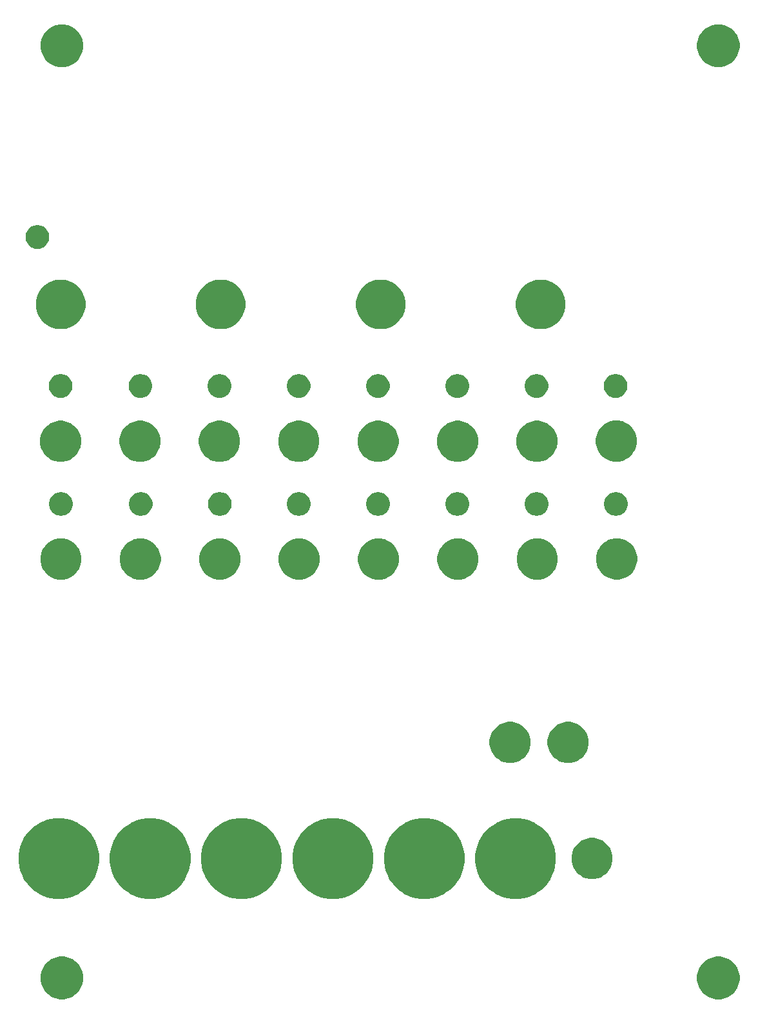
<source format=gbr>
G04 #@! TF.GenerationSoftware,KiCad,Pcbnew,(5.1.2)-1*
G04 #@! TF.CreationDate,2020-07-24T16:32:53-07:00*
G04 #@! TF.ProjectId,kicad-panel,6b696361-642d-4706-916e-656c2e6b6963,rev?*
G04 #@! TF.SameCoordinates,Original*
G04 #@! TF.FileFunction,Soldermask,Bot*
G04 #@! TF.FilePolarity,Negative*
%FSLAX46Y46*%
G04 Gerber Fmt 4.6, Leading zero omitted, Abs format (unit mm)*
G04 Created by KiCad (PCBNEW (5.1.2)-1) date 2020-07-24 16:32:53*
%MOMM*%
%LPD*%
G04 APERTURE LIST*
%ADD10C,0.100000*%
G04 APERTURE END LIST*
D10*
G36*
X106447021Y-134786640D02*
G01*
X106956769Y-134997785D01*
X106956771Y-134997786D01*
X107415534Y-135304321D01*
X107805679Y-135694466D01*
X108112214Y-136153229D01*
X108112215Y-136153231D01*
X108323360Y-136662979D01*
X108431000Y-137204124D01*
X108431000Y-137755876D01*
X108323360Y-138297021D01*
X108112215Y-138806769D01*
X108112214Y-138806771D01*
X107805679Y-139265534D01*
X107415534Y-139655679D01*
X106956771Y-139962214D01*
X106956770Y-139962215D01*
X106956769Y-139962215D01*
X106447021Y-140173360D01*
X105905876Y-140281000D01*
X105354124Y-140281000D01*
X104812979Y-140173360D01*
X104303231Y-139962215D01*
X104303230Y-139962215D01*
X104303229Y-139962214D01*
X103844466Y-139655679D01*
X103454321Y-139265534D01*
X103147786Y-138806771D01*
X103147785Y-138806769D01*
X102936640Y-138297021D01*
X102829000Y-137755876D01*
X102829000Y-137204124D01*
X102936640Y-136662979D01*
X103147785Y-136153231D01*
X103147786Y-136153229D01*
X103454321Y-135694466D01*
X103844466Y-135304321D01*
X104303229Y-134997786D01*
X104303231Y-134997785D01*
X104812979Y-134786640D01*
X105354124Y-134679000D01*
X105905876Y-134679000D01*
X106447021Y-134786640D01*
X106447021Y-134786640D01*
G37*
G36*
X20217021Y-134786640D02*
G01*
X20726769Y-134997785D01*
X20726771Y-134997786D01*
X21185534Y-135304321D01*
X21575679Y-135694466D01*
X21882214Y-136153229D01*
X21882215Y-136153231D01*
X22093360Y-136662979D01*
X22201000Y-137204124D01*
X22201000Y-137755876D01*
X22093360Y-138297021D01*
X21882215Y-138806769D01*
X21882214Y-138806771D01*
X21575679Y-139265534D01*
X21185534Y-139655679D01*
X20726771Y-139962214D01*
X20726770Y-139962215D01*
X20726769Y-139962215D01*
X20217021Y-140173360D01*
X19675876Y-140281000D01*
X19124124Y-140281000D01*
X18582979Y-140173360D01*
X18073231Y-139962215D01*
X18073230Y-139962215D01*
X18073229Y-139962214D01*
X17614466Y-139655679D01*
X17224321Y-139265534D01*
X16917786Y-138806771D01*
X16917785Y-138806769D01*
X16706640Y-138297021D01*
X16599000Y-137755876D01*
X16599000Y-137204124D01*
X16706640Y-136662979D01*
X16917785Y-136153231D01*
X16917786Y-136153229D01*
X17224321Y-135694466D01*
X17614466Y-135304321D01*
X18073229Y-134997786D01*
X18073231Y-134997785D01*
X18582979Y-134786640D01*
X19124124Y-134679000D01*
X19675876Y-134679000D01*
X20217021Y-134786640D01*
X20217021Y-134786640D01*
G37*
G36*
X44536244Y-116702714D02*
G01*
X45500963Y-117102314D01*
X45500965Y-117102315D01*
X45719494Y-117248332D01*
X46369190Y-117682444D01*
X47107556Y-118420810D01*
X47541668Y-119070506D01*
X47630063Y-119202797D01*
X47687686Y-119289037D01*
X48087286Y-120253756D01*
X48291000Y-121277896D01*
X48291000Y-122322104D01*
X48087286Y-123346244D01*
X47858739Y-123898004D01*
X47687685Y-124310965D01*
X47541669Y-124529494D01*
X47107556Y-125179190D01*
X46369190Y-125917556D01*
X45719494Y-126351668D01*
X45500965Y-126497685D01*
X45500964Y-126497686D01*
X45500963Y-126497686D01*
X44536244Y-126897286D01*
X43512104Y-127101000D01*
X42467896Y-127101000D01*
X41443756Y-126897286D01*
X40479037Y-126497686D01*
X40479036Y-126497686D01*
X40479035Y-126497685D01*
X40260506Y-126351668D01*
X39610810Y-125917556D01*
X38872444Y-125179190D01*
X38438331Y-124529494D01*
X38292315Y-124310965D01*
X38121261Y-123898004D01*
X37892714Y-123346244D01*
X37689000Y-122322104D01*
X37689000Y-121277896D01*
X37892714Y-120253756D01*
X38292314Y-119289037D01*
X38349938Y-119202797D01*
X38438332Y-119070506D01*
X38872444Y-118420810D01*
X39610810Y-117682444D01*
X40260506Y-117248332D01*
X40479035Y-117102315D01*
X40479037Y-117102314D01*
X41443756Y-116702714D01*
X42467896Y-116499000D01*
X43512104Y-116499000D01*
X44536244Y-116702714D01*
X44536244Y-116702714D01*
G37*
G36*
X80536244Y-116702714D02*
G01*
X81500963Y-117102314D01*
X81500965Y-117102315D01*
X81719494Y-117248332D01*
X82369190Y-117682444D01*
X83107556Y-118420810D01*
X83541668Y-119070506D01*
X83630063Y-119202797D01*
X83687686Y-119289037D01*
X84087286Y-120253756D01*
X84291000Y-121277896D01*
X84291000Y-122322104D01*
X84087286Y-123346244D01*
X83858739Y-123898004D01*
X83687685Y-124310965D01*
X83541669Y-124529494D01*
X83107556Y-125179190D01*
X82369190Y-125917556D01*
X81719494Y-126351668D01*
X81500965Y-126497685D01*
X81500964Y-126497686D01*
X81500963Y-126497686D01*
X80536244Y-126897286D01*
X79512104Y-127101000D01*
X78467896Y-127101000D01*
X77443756Y-126897286D01*
X76479037Y-126497686D01*
X76479036Y-126497686D01*
X76479035Y-126497685D01*
X76260506Y-126351668D01*
X75610810Y-125917556D01*
X74872444Y-125179190D01*
X74438331Y-124529494D01*
X74292315Y-124310965D01*
X74121261Y-123898004D01*
X73892714Y-123346244D01*
X73689000Y-122322104D01*
X73689000Y-121277896D01*
X73892714Y-120253756D01*
X74292314Y-119289037D01*
X74349938Y-119202797D01*
X74438331Y-119070506D01*
X74872444Y-118420810D01*
X75610810Y-117682444D01*
X76260506Y-117248332D01*
X76479035Y-117102315D01*
X76479037Y-117102314D01*
X77443756Y-116702714D01*
X78467896Y-116499000D01*
X79512104Y-116499000D01*
X80536244Y-116702714D01*
X80536244Y-116702714D01*
G37*
G36*
X68536244Y-116702714D02*
G01*
X69500963Y-117102314D01*
X69500965Y-117102315D01*
X69719494Y-117248332D01*
X70369190Y-117682444D01*
X71107556Y-118420810D01*
X71541668Y-119070506D01*
X71630063Y-119202797D01*
X71687686Y-119289037D01*
X72087286Y-120253756D01*
X72291000Y-121277896D01*
X72291000Y-122322104D01*
X72087286Y-123346244D01*
X71858739Y-123898004D01*
X71687685Y-124310965D01*
X71541669Y-124529494D01*
X71107556Y-125179190D01*
X70369190Y-125917556D01*
X69719494Y-126351668D01*
X69500965Y-126497685D01*
X69500964Y-126497686D01*
X69500963Y-126497686D01*
X68536244Y-126897286D01*
X67512104Y-127101000D01*
X66467896Y-127101000D01*
X65443756Y-126897286D01*
X64479037Y-126497686D01*
X64479036Y-126497686D01*
X64479035Y-126497685D01*
X64260506Y-126351668D01*
X63610810Y-125917556D01*
X62872444Y-125179190D01*
X62438331Y-124529494D01*
X62292315Y-124310965D01*
X62121261Y-123898004D01*
X61892714Y-123346244D01*
X61689000Y-122322104D01*
X61689000Y-121277896D01*
X61892714Y-120253756D01*
X62292314Y-119289037D01*
X62349938Y-119202797D01*
X62438331Y-119070506D01*
X62872444Y-118420810D01*
X63610810Y-117682444D01*
X64260506Y-117248332D01*
X64479035Y-117102315D01*
X64479037Y-117102314D01*
X65443756Y-116702714D01*
X66467896Y-116499000D01*
X67512104Y-116499000D01*
X68536244Y-116702714D01*
X68536244Y-116702714D01*
G37*
G36*
X56536244Y-116702714D02*
G01*
X57500963Y-117102314D01*
X57500965Y-117102315D01*
X57719494Y-117248332D01*
X58369190Y-117682444D01*
X59107556Y-118420810D01*
X59541668Y-119070506D01*
X59630063Y-119202797D01*
X59687686Y-119289037D01*
X60087286Y-120253756D01*
X60291000Y-121277896D01*
X60291000Y-122322104D01*
X60087286Y-123346244D01*
X59858739Y-123898004D01*
X59687685Y-124310965D01*
X59541669Y-124529494D01*
X59107556Y-125179190D01*
X58369190Y-125917556D01*
X57719494Y-126351668D01*
X57500965Y-126497685D01*
X57500964Y-126497686D01*
X57500963Y-126497686D01*
X56536244Y-126897286D01*
X55512104Y-127101000D01*
X54467896Y-127101000D01*
X53443756Y-126897286D01*
X52479037Y-126497686D01*
X52479036Y-126497686D01*
X52479035Y-126497685D01*
X52260506Y-126351668D01*
X51610810Y-125917556D01*
X50872444Y-125179190D01*
X50438331Y-124529494D01*
X50292315Y-124310965D01*
X50121261Y-123898004D01*
X49892714Y-123346244D01*
X49689000Y-122322104D01*
X49689000Y-121277896D01*
X49892714Y-120253756D01*
X50292314Y-119289037D01*
X50349938Y-119202797D01*
X50438332Y-119070506D01*
X50872444Y-118420810D01*
X51610810Y-117682444D01*
X52260506Y-117248332D01*
X52479035Y-117102315D01*
X52479037Y-117102314D01*
X53443756Y-116702714D01*
X54467896Y-116499000D01*
X55512104Y-116499000D01*
X56536244Y-116702714D01*
X56536244Y-116702714D01*
G37*
G36*
X32536244Y-116702714D02*
G01*
X33500963Y-117102314D01*
X33500965Y-117102315D01*
X33719494Y-117248332D01*
X34369190Y-117682444D01*
X35107556Y-118420810D01*
X35541668Y-119070506D01*
X35630063Y-119202797D01*
X35687686Y-119289037D01*
X36087286Y-120253756D01*
X36291000Y-121277896D01*
X36291000Y-122322104D01*
X36087286Y-123346244D01*
X35858739Y-123898004D01*
X35687685Y-124310965D01*
X35541669Y-124529494D01*
X35107556Y-125179190D01*
X34369190Y-125917556D01*
X33719494Y-126351668D01*
X33500965Y-126497685D01*
X33500964Y-126497686D01*
X33500963Y-126497686D01*
X32536244Y-126897286D01*
X31512104Y-127101000D01*
X30467896Y-127101000D01*
X29443756Y-126897286D01*
X28479037Y-126497686D01*
X28479036Y-126497686D01*
X28479035Y-126497685D01*
X28260506Y-126351668D01*
X27610810Y-125917556D01*
X26872444Y-125179190D01*
X26438331Y-124529494D01*
X26292315Y-124310965D01*
X26121261Y-123898004D01*
X25892714Y-123346244D01*
X25689000Y-122322104D01*
X25689000Y-121277896D01*
X25892714Y-120253756D01*
X26292314Y-119289037D01*
X26349938Y-119202797D01*
X26438332Y-119070506D01*
X26872444Y-118420810D01*
X27610810Y-117682444D01*
X28260506Y-117248332D01*
X28479035Y-117102315D01*
X28479037Y-117102314D01*
X29443756Y-116702714D01*
X30467896Y-116499000D01*
X31512104Y-116499000D01*
X32536244Y-116702714D01*
X32536244Y-116702714D01*
G37*
G36*
X20536244Y-116702714D02*
G01*
X21500963Y-117102314D01*
X21500965Y-117102315D01*
X21719494Y-117248332D01*
X22369190Y-117682444D01*
X23107556Y-118420810D01*
X23541668Y-119070506D01*
X23630063Y-119202797D01*
X23687686Y-119289037D01*
X24087286Y-120253756D01*
X24291000Y-121277896D01*
X24291000Y-122322104D01*
X24087286Y-123346244D01*
X23858739Y-123898004D01*
X23687685Y-124310965D01*
X23541669Y-124529494D01*
X23107556Y-125179190D01*
X22369190Y-125917556D01*
X21719494Y-126351668D01*
X21500965Y-126497685D01*
X21500964Y-126497686D01*
X21500963Y-126497686D01*
X20536244Y-126897286D01*
X19512104Y-127101000D01*
X18467896Y-127101000D01*
X17443756Y-126897286D01*
X16479037Y-126497686D01*
X16479036Y-126497686D01*
X16479035Y-126497685D01*
X16260506Y-126351668D01*
X15610810Y-125917556D01*
X14872444Y-125179190D01*
X14438331Y-124529494D01*
X14292315Y-124310965D01*
X14121261Y-123898004D01*
X13892714Y-123346244D01*
X13689000Y-122322104D01*
X13689000Y-121277896D01*
X13892714Y-120253756D01*
X14292314Y-119289037D01*
X14349938Y-119202797D01*
X14438332Y-119070506D01*
X14872444Y-118420810D01*
X15610810Y-117682444D01*
X16260506Y-117248332D01*
X16479035Y-117102315D01*
X16479037Y-117102314D01*
X17443756Y-116702714D01*
X18467896Y-116499000D01*
X19512104Y-116499000D01*
X20536244Y-116702714D01*
X20536244Y-116702714D01*
G37*
G36*
X89817849Y-119202797D02*
G01*
X90309399Y-119406404D01*
X90309400Y-119406405D01*
X90751784Y-119701996D01*
X91128001Y-120078213D01*
X91245294Y-120253755D01*
X91423593Y-120520598D01*
X91627200Y-121012148D01*
X91730997Y-121533973D01*
X91730997Y-122066027D01*
X91627200Y-122587852D01*
X91423593Y-123079402D01*
X91423592Y-123079403D01*
X91128001Y-123521787D01*
X90751784Y-123898004D01*
X90456192Y-124095512D01*
X90309399Y-124193596D01*
X89817849Y-124397203D01*
X89296024Y-124501000D01*
X88763970Y-124501000D01*
X88242145Y-124397203D01*
X87750595Y-124193596D01*
X87603802Y-124095512D01*
X87308210Y-123898004D01*
X86931993Y-123521787D01*
X86636402Y-123079403D01*
X86636401Y-123079402D01*
X86432794Y-122587852D01*
X86328997Y-122066027D01*
X86328997Y-121533973D01*
X86432794Y-121012148D01*
X86636401Y-120520598D01*
X86814700Y-120253755D01*
X86931993Y-120078213D01*
X87308210Y-119701996D01*
X87750594Y-119406405D01*
X87750595Y-119406404D01*
X88242145Y-119202797D01*
X88763970Y-119099000D01*
X89296024Y-119099000D01*
X89817849Y-119202797D01*
X89817849Y-119202797D01*
G37*
G36*
X86677852Y-103962797D02*
G01*
X87169402Y-104166404D01*
X87169403Y-104166405D01*
X87611787Y-104461996D01*
X87988004Y-104838213D01*
X88185512Y-105133805D01*
X88283596Y-105280598D01*
X88487203Y-105772148D01*
X88591000Y-106293973D01*
X88591000Y-106826027D01*
X88487203Y-107347852D01*
X88283596Y-107839402D01*
X88283595Y-107839403D01*
X87988004Y-108281787D01*
X87611787Y-108658004D01*
X87316195Y-108855512D01*
X87169402Y-108953596D01*
X86677852Y-109157203D01*
X86156027Y-109261000D01*
X85623973Y-109261000D01*
X85102148Y-109157203D01*
X84610598Y-108953596D01*
X84463805Y-108855512D01*
X84168213Y-108658004D01*
X83791996Y-108281787D01*
X83496405Y-107839403D01*
X83496404Y-107839402D01*
X83292797Y-107347852D01*
X83189000Y-106826027D01*
X83189000Y-106293973D01*
X83292797Y-105772148D01*
X83496404Y-105280598D01*
X83594488Y-105133805D01*
X83791996Y-104838213D01*
X84168213Y-104461996D01*
X84610597Y-104166405D01*
X84610598Y-104166404D01*
X85102148Y-103962797D01*
X85623973Y-103859000D01*
X86156027Y-103859000D01*
X86677852Y-103962797D01*
X86677852Y-103962797D01*
G37*
G36*
X79057852Y-103962797D02*
G01*
X79549402Y-104166404D01*
X79549403Y-104166405D01*
X79991787Y-104461996D01*
X80368004Y-104838213D01*
X80565512Y-105133805D01*
X80663596Y-105280598D01*
X80867203Y-105772148D01*
X80971000Y-106293973D01*
X80971000Y-106826027D01*
X80867203Y-107347852D01*
X80663596Y-107839402D01*
X80663595Y-107839403D01*
X80368004Y-108281787D01*
X79991787Y-108658004D01*
X79696195Y-108855512D01*
X79549402Y-108953596D01*
X79057852Y-109157203D01*
X78536027Y-109261000D01*
X78003973Y-109261000D01*
X77482148Y-109157203D01*
X76990598Y-108953596D01*
X76843805Y-108855512D01*
X76548213Y-108658004D01*
X76171996Y-108281787D01*
X75876405Y-107839403D01*
X75876404Y-107839402D01*
X75672797Y-107347852D01*
X75569000Y-106826027D01*
X75569000Y-106293973D01*
X75672797Y-105772148D01*
X75876404Y-105280598D01*
X75974488Y-105133805D01*
X76171996Y-104838213D01*
X76548213Y-104461996D01*
X76990597Y-104166405D01*
X76990598Y-104166404D01*
X77482148Y-103962797D01*
X78003973Y-103859000D01*
X78536027Y-103859000D01*
X79057852Y-103962797D01*
X79057852Y-103962797D01*
G37*
G36*
X20057852Y-79902797D02*
G01*
X20549402Y-80106404D01*
X20549403Y-80106405D01*
X20991787Y-80401996D01*
X21368004Y-80778213D01*
X21565512Y-81073805D01*
X21663596Y-81220598D01*
X21867203Y-81712148D01*
X21971000Y-82233973D01*
X21971000Y-82766027D01*
X21867203Y-83287852D01*
X21663596Y-83779402D01*
X21663595Y-83779403D01*
X21368004Y-84221787D01*
X20991787Y-84598004D01*
X20696195Y-84795512D01*
X20549402Y-84893596D01*
X20057852Y-85097203D01*
X19536027Y-85201000D01*
X19003973Y-85201000D01*
X18482148Y-85097203D01*
X17990598Y-84893596D01*
X17843805Y-84795512D01*
X17548213Y-84598004D01*
X17171996Y-84221787D01*
X16876405Y-83779403D01*
X16876404Y-83779402D01*
X16672797Y-83287852D01*
X16569000Y-82766027D01*
X16569000Y-82233973D01*
X16672797Y-81712148D01*
X16876404Y-81220598D01*
X16974488Y-81073805D01*
X17171996Y-80778213D01*
X17548213Y-80401996D01*
X17990597Y-80106405D01*
X17990598Y-80106404D01*
X18482148Y-79902797D01*
X19003973Y-79799000D01*
X19536027Y-79799000D01*
X20057852Y-79902797D01*
X20057852Y-79902797D01*
G37*
G36*
X51343565Y-79902797D02*
G01*
X51835115Y-80106404D01*
X51835116Y-80106405D01*
X52277500Y-80401996D01*
X52653717Y-80778213D01*
X52851225Y-81073805D01*
X52949309Y-81220598D01*
X53152916Y-81712148D01*
X53256713Y-82233973D01*
X53256713Y-82766027D01*
X53152916Y-83287852D01*
X52949309Y-83779402D01*
X52949308Y-83779403D01*
X52653717Y-84221787D01*
X52277500Y-84598004D01*
X51981908Y-84795512D01*
X51835115Y-84893596D01*
X51343565Y-85097203D01*
X50821740Y-85201000D01*
X50289686Y-85201000D01*
X49767861Y-85097203D01*
X49276311Y-84893596D01*
X49129518Y-84795512D01*
X48833926Y-84598004D01*
X48457709Y-84221787D01*
X48162118Y-83779403D01*
X48162117Y-83779402D01*
X47958510Y-83287852D01*
X47854713Y-82766027D01*
X47854713Y-82233973D01*
X47958510Y-81712148D01*
X48162117Y-81220598D01*
X48260201Y-81073805D01*
X48457709Y-80778213D01*
X48833926Y-80401996D01*
X49276310Y-80106405D01*
X49276311Y-80106404D01*
X49767861Y-79902797D01*
X50289686Y-79799000D01*
X50821740Y-79799000D01*
X51343565Y-79902797D01*
X51343565Y-79902797D01*
G37*
G36*
X40914994Y-79902797D02*
G01*
X41406544Y-80106404D01*
X41406545Y-80106405D01*
X41848929Y-80401996D01*
X42225146Y-80778213D01*
X42422654Y-81073805D01*
X42520738Y-81220598D01*
X42724345Y-81712148D01*
X42828142Y-82233973D01*
X42828142Y-82766027D01*
X42724345Y-83287852D01*
X42520738Y-83779402D01*
X42520737Y-83779403D01*
X42225146Y-84221787D01*
X41848929Y-84598004D01*
X41553337Y-84795512D01*
X41406544Y-84893596D01*
X40914994Y-85097203D01*
X40393169Y-85201000D01*
X39861115Y-85201000D01*
X39339290Y-85097203D01*
X38847740Y-84893596D01*
X38700947Y-84795512D01*
X38405355Y-84598004D01*
X38029138Y-84221787D01*
X37733547Y-83779403D01*
X37733546Y-83779402D01*
X37529939Y-83287852D01*
X37426142Y-82766027D01*
X37426142Y-82233973D01*
X37529939Y-81712148D01*
X37733546Y-81220598D01*
X37831630Y-81073805D01*
X38029138Y-80778213D01*
X38405355Y-80401996D01*
X38847739Y-80106405D01*
X38847740Y-80106404D01*
X39339290Y-79902797D01*
X39861115Y-79799000D01*
X40393169Y-79799000D01*
X40914994Y-79902797D01*
X40914994Y-79902797D01*
G37*
G36*
X82629278Y-79902797D02*
G01*
X83120828Y-80106404D01*
X83120829Y-80106405D01*
X83563213Y-80401996D01*
X83939430Y-80778213D01*
X84136938Y-81073805D01*
X84235022Y-81220598D01*
X84438629Y-81712148D01*
X84542426Y-82233973D01*
X84542426Y-82766027D01*
X84438629Y-83287852D01*
X84235022Y-83779402D01*
X84235021Y-83779403D01*
X83939430Y-84221787D01*
X83563213Y-84598004D01*
X83267621Y-84795512D01*
X83120828Y-84893596D01*
X82629278Y-85097203D01*
X82107453Y-85201000D01*
X81575399Y-85201000D01*
X81053574Y-85097203D01*
X80562024Y-84893596D01*
X80415231Y-84795512D01*
X80119639Y-84598004D01*
X79743422Y-84221787D01*
X79447831Y-83779403D01*
X79447830Y-83779402D01*
X79244223Y-83287852D01*
X79140426Y-82766027D01*
X79140426Y-82233973D01*
X79244223Y-81712148D01*
X79447830Y-81220598D01*
X79545914Y-81073805D01*
X79743422Y-80778213D01*
X80119639Y-80401996D01*
X80562023Y-80106405D01*
X80562024Y-80106404D01*
X81053574Y-79902797D01*
X81575399Y-79799000D01*
X82107453Y-79799000D01*
X82629278Y-79902797D01*
X82629278Y-79902797D01*
G37*
G36*
X30486423Y-79902797D02*
G01*
X30977973Y-80106404D01*
X30977974Y-80106405D01*
X31420358Y-80401996D01*
X31796575Y-80778213D01*
X31994083Y-81073805D01*
X32092167Y-81220598D01*
X32295774Y-81712148D01*
X32399571Y-82233973D01*
X32399571Y-82766027D01*
X32295774Y-83287852D01*
X32092167Y-83779402D01*
X32092166Y-83779403D01*
X31796575Y-84221787D01*
X31420358Y-84598004D01*
X31124766Y-84795512D01*
X30977973Y-84893596D01*
X30486423Y-85097203D01*
X29964598Y-85201000D01*
X29432544Y-85201000D01*
X28910719Y-85097203D01*
X28419169Y-84893596D01*
X28272376Y-84795512D01*
X27976784Y-84598004D01*
X27600567Y-84221787D01*
X27304976Y-83779403D01*
X27304975Y-83779402D01*
X27101368Y-83287852D01*
X26997571Y-82766027D01*
X26997571Y-82233973D01*
X27101368Y-81712148D01*
X27304975Y-81220598D01*
X27403059Y-81073805D01*
X27600567Y-80778213D01*
X27976784Y-80401996D01*
X28419168Y-80106405D01*
X28419169Y-80106404D01*
X28910719Y-79902797D01*
X29432544Y-79799000D01*
X29964598Y-79799000D01*
X30486423Y-79902797D01*
X30486423Y-79902797D01*
G37*
G36*
X72200707Y-79902797D02*
G01*
X72692257Y-80106404D01*
X72692258Y-80106405D01*
X73134642Y-80401996D01*
X73510859Y-80778213D01*
X73708367Y-81073805D01*
X73806451Y-81220598D01*
X74010058Y-81712148D01*
X74113855Y-82233973D01*
X74113855Y-82766027D01*
X74010058Y-83287852D01*
X73806451Y-83779402D01*
X73806450Y-83779403D01*
X73510859Y-84221787D01*
X73134642Y-84598004D01*
X72839050Y-84795512D01*
X72692257Y-84893596D01*
X72200707Y-85097203D01*
X71678882Y-85201000D01*
X71146828Y-85201000D01*
X70625003Y-85097203D01*
X70133453Y-84893596D01*
X69986660Y-84795512D01*
X69691068Y-84598004D01*
X69314851Y-84221787D01*
X69019260Y-83779403D01*
X69019259Y-83779402D01*
X68815652Y-83287852D01*
X68711855Y-82766027D01*
X68711855Y-82233973D01*
X68815652Y-81712148D01*
X69019259Y-81220598D01*
X69117343Y-81073805D01*
X69314851Y-80778213D01*
X69691068Y-80401996D01*
X70133452Y-80106405D01*
X70133453Y-80106404D01*
X70625003Y-79902797D01*
X71146828Y-79799000D01*
X71678882Y-79799000D01*
X72200707Y-79902797D01*
X72200707Y-79902797D01*
G37*
G36*
X61772136Y-79902797D02*
G01*
X62263686Y-80106404D01*
X62263687Y-80106405D01*
X62706071Y-80401996D01*
X63082288Y-80778213D01*
X63279796Y-81073805D01*
X63377880Y-81220598D01*
X63581487Y-81712148D01*
X63685284Y-82233973D01*
X63685284Y-82766027D01*
X63581487Y-83287852D01*
X63377880Y-83779402D01*
X63377879Y-83779403D01*
X63082288Y-84221787D01*
X62706071Y-84598004D01*
X62410479Y-84795512D01*
X62263686Y-84893596D01*
X61772136Y-85097203D01*
X61250311Y-85201000D01*
X60718257Y-85201000D01*
X60196432Y-85097203D01*
X59704882Y-84893596D01*
X59558089Y-84795512D01*
X59262497Y-84598004D01*
X58886280Y-84221787D01*
X58590689Y-83779403D01*
X58590688Y-83779402D01*
X58387081Y-83287852D01*
X58283284Y-82766027D01*
X58283284Y-82233973D01*
X58387081Y-81712148D01*
X58590688Y-81220598D01*
X58688772Y-81073805D01*
X58886280Y-80778213D01*
X59262497Y-80401996D01*
X59704881Y-80106405D01*
X59704882Y-80106404D01*
X60196432Y-79902797D01*
X60718257Y-79799000D01*
X61250311Y-79799000D01*
X61772136Y-79902797D01*
X61772136Y-79902797D01*
G37*
G36*
X93057849Y-79872797D02*
G01*
X93549399Y-80076404D01*
X93696192Y-80174488D01*
X93991784Y-80371996D01*
X94368001Y-80748213D01*
X94565509Y-81043805D01*
X94663593Y-81190598D01*
X94867200Y-81682148D01*
X94970997Y-82203973D01*
X94970997Y-82736027D01*
X94867200Y-83257852D01*
X94663593Y-83749402D01*
X94643547Y-83779403D01*
X94368001Y-84191787D01*
X93991784Y-84568004D01*
X93696192Y-84765512D01*
X93549399Y-84863596D01*
X93057849Y-85067203D01*
X92536024Y-85171000D01*
X92003970Y-85171000D01*
X91482145Y-85067203D01*
X90990595Y-84863596D01*
X90843802Y-84765512D01*
X90548210Y-84568004D01*
X90171993Y-84191787D01*
X89896447Y-83779403D01*
X89876401Y-83749402D01*
X89672794Y-83257852D01*
X89568997Y-82736027D01*
X89568997Y-82203973D01*
X89672794Y-81682148D01*
X89876401Y-81190598D01*
X89974485Y-81043805D01*
X90171993Y-80748213D01*
X90548210Y-80371996D01*
X90843802Y-80174488D01*
X90990595Y-80076404D01*
X91482145Y-79872797D01*
X92003970Y-79769000D01*
X92536024Y-79769000D01*
X93057849Y-79872797D01*
X93057849Y-79872797D01*
G37*
G36*
X61232585Y-73728802D02*
G01*
X61382410Y-73758604D01*
X61664674Y-73875521D01*
X61918705Y-74045259D01*
X62134741Y-74261295D01*
X62304479Y-74515326D01*
X62421396Y-74797590D01*
X62481000Y-75097240D01*
X62481000Y-75402760D01*
X62421396Y-75702410D01*
X62304479Y-75984674D01*
X62134741Y-76238705D01*
X61918705Y-76454741D01*
X61664674Y-76624479D01*
X61382410Y-76741396D01*
X61232585Y-76771198D01*
X61082761Y-76801000D01*
X60777239Y-76801000D01*
X60627415Y-76771198D01*
X60477590Y-76741396D01*
X60195326Y-76624479D01*
X59941295Y-76454741D01*
X59725259Y-76238705D01*
X59555521Y-75984674D01*
X59438604Y-75702410D01*
X59379000Y-75402760D01*
X59379000Y-75097240D01*
X59438604Y-74797590D01*
X59555521Y-74515326D01*
X59725259Y-74261295D01*
X59941295Y-74045259D01*
X60195326Y-73875521D01*
X60477590Y-73758604D01*
X60627415Y-73728802D01*
X60777239Y-73699000D01*
X61082761Y-73699000D01*
X61232585Y-73728802D01*
X61232585Y-73728802D01*
G37*
G36*
X30042585Y-73728802D02*
G01*
X30192410Y-73758604D01*
X30474674Y-73875521D01*
X30728705Y-74045259D01*
X30944741Y-74261295D01*
X31114479Y-74515326D01*
X31231396Y-74797590D01*
X31291000Y-75097240D01*
X31291000Y-75402760D01*
X31231396Y-75702410D01*
X31114479Y-75984674D01*
X30944741Y-76238705D01*
X30728705Y-76454741D01*
X30474674Y-76624479D01*
X30192410Y-76741396D01*
X30042585Y-76771198D01*
X29892761Y-76801000D01*
X29587239Y-76801000D01*
X29437415Y-76771198D01*
X29287590Y-76741396D01*
X29005326Y-76624479D01*
X28751295Y-76454741D01*
X28535259Y-76238705D01*
X28365521Y-75984674D01*
X28248604Y-75702410D01*
X28189000Y-75402760D01*
X28189000Y-75097240D01*
X28248604Y-74797590D01*
X28365521Y-74515326D01*
X28535259Y-74261295D01*
X28751295Y-74045259D01*
X29005326Y-73875521D01*
X29287590Y-73758604D01*
X29437415Y-73728802D01*
X29587239Y-73699000D01*
X29892761Y-73699000D01*
X30042585Y-73728802D01*
X30042585Y-73728802D01*
G37*
G36*
X40432585Y-73728802D02*
G01*
X40582410Y-73758604D01*
X40864674Y-73875521D01*
X41118705Y-74045259D01*
X41334741Y-74261295D01*
X41504479Y-74515326D01*
X41621396Y-74797590D01*
X41681000Y-75097240D01*
X41681000Y-75402760D01*
X41621396Y-75702410D01*
X41504479Y-75984674D01*
X41334741Y-76238705D01*
X41118705Y-76454741D01*
X40864674Y-76624479D01*
X40582410Y-76741396D01*
X40432585Y-76771198D01*
X40282761Y-76801000D01*
X39977239Y-76801000D01*
X39827415Y-76771198D01*
X39677590Y-76741396D01*
X39395326Y-76624479D01*
X39141295Y-76454741D01*
X38925259Y-76238705D01*
X38755521Y-75984674D01*
X38638604Y-75702410D01*
X38579000Y-75402760D01*
X38579000Y-75097240D01*
X38638604Y-74797590D01*
X38755521Y-74515326D01*
X38925259Y-74261295D01*
X39141295Y-74045259D01*
X39395326Y-73875521D01*
X39677590Y-73758604D01*
X39827415Y-73728802D01*
X39977239Y-73699000D01*
X40282761Y-73699000D01*
X40432585Y-73728802D01*
X40432585Y-73728802D01*
G37*
G36*
X19562585Y-73728802D02*
G01*
X19712410Y-73758604D01*
X19994674Y-73875521D01*
X20248705Y-74045259D01*
X20464741Y-74261295D01*
X20634479Y-74515326D01*
X20751396Y-74797590D01*
X20811000Y-75097240D01*
X20811000Y-75402760D01*
X20751396Y-75702410D01*
X20634479Y-75984674D01*
X20464741Y-76238705D01*
X20248705Y-76454741D01*
X19994674Y-76624479D01*
X19712410Y-76741396D01*
X19562585Y-76771198D01*
X19412761Y-76801000D01*
X19107239Y-76801000D01*
X18957415Y-76771198D01*
X18807590Y-76741396D01*
X18525326Y-76624479D01*
X18271295Y-76454741D01*
X18055259Y-76238705D01*
X17885521Y-75984674D01*
X17768604Y-75702410D01*
X17709000Y-75402760D01*
X17709000Y-75097240D01*
X17768604Y-74797590D01*
X17885521Y-74515326D01*
X18055259Y-74261295D01*
X18271295Y-74045259D01*
X18525326Y-73875521D01*
X18807590Y-73758604D01*
X18957415Y-73728802D01*
X19107239Y-73699000D01*
X19412761Y-73699000D01*
X19562585Y-73728802D01*
X19562585Y-73728802D01*
G37*
G36*
X71652585Y-73728802D02*
G01*
X71802410Y-73758604D01*
X72084674Y-73875521D01*
X72338705Y-74045259D01*
X72554741Y-74261295D01*
X72724479Y-74515326D01*
X72841396Y-74797590D01*
X72901000Y-75097240D01*
X72901000Y-75402760D01*
X72841396Y-75702410D01*
X72724479Y-75984674D01*
X72554741Y-76238705D01*
X72338705Y-76454741D01*
X72084674Y-76624479D01*
X71802410Y-76741396D01*
X71652585Y-76771198D01*
X71502761Y-76801000D01*
X71197239Y-76801000D01*
X71047415Y-76771198D01*
X70897590Y-76741396D01*
X70615326Y-76624479D01*
X70361295Y-76454741D01*
X70145259Y-76238705D01*
X69975521Y-75984674D01*
X69858604Y-75702410D01*
X69799000Y-75402760D01*
X69799000Y-75097240D01*
X69858604Y-74797590D01*
X69975521Y-74515326D01*
X70145259Y-74261295D01*
X70361295Y-74045259D01*
X70615326Y-73875521D01*
X70897590Y-73758604D01*
X71047415Y-73728802D01*
X71197239Y-73699000D01*
X71502761Y-73699000D01*
X71652585Y-73728802D01*
X71652585Y-73728802D01*
G37*
G36*
X82062585Y-73728802D02*
G01*
X82212410Y-73758604D01*
X82494674Y-73875521D01*
X82748705Y-74045259D01*
X82964741Y-74261295D01*
X83134479Y-74515326D01*
X83251396Y-74797590D01*
X83311000Y-75097240D01*
X83311000Y-75402760D01*
X83251396Y-75702410D01*
X83134479Y-75984674D01*
X82964741Y-76238705D01*
X82748705Y-76454741D01*
X82494674Y-76624479D01*
X82212410Y-76741396D01*
X82062585Y-76771198D01*
X81912761Y-76801000D01*
X81607239Y-76801000D01*
X81457415Y-76771198D01*
X81307590Y-76741396D01*
X81025326Y-76624479D01*
X80771295Y-76454741D01*
X80555259Y-76238705D01*
X80385521Y-75984674D01*
X80268604Y-75702410D01*
X80209000Y-75402760D01*
X80209000Y-75097240D01*
X80268604Y-74797590D01*
X80385521Y-74515326D01*
X80555259Y-74261295D01*
X80771295Y-74045259D01*
X81025326Y-73875521D01*
X81307590Y-73758604D01*
X81457415Y-73728802D01*
X81607239Y-73699000D01*
X81912761Y-73699000D01*
X82062585Y-73728802D01*
X82062585Y-73728802D01*
G37*
G36*
X92462585Y-73728802D02*
G01*
X92612410Y-73758604D01*
X92894674Y-73875521D01*
X93148705Y-74045259D01*
X93364741Y-74261295D01*
X93534479Y-74515326D01*
X93651396Y-74797590D01*
X93711000Y-75097240D01*
X93711000Y-75402760D01*
X93651396Y-75702410D01*
X93534479Y-75984674D01*
X93364741Y-76238705D01*
X93148705Y-76454741D01*
X92894674Y-76624479D01*
X92612410Y-76741396D01*
X92462585Y-76771198D01*
X92312761Y-76801000D01*
X92007239Y-76801000D01*
X91857415Y-76771198D01*
X91707590Y-76741396D01*
X91425326Y-76624479D01*
X91171295Y-76454741D01*
X90955259Y-76238705D01*
X90785521Y-75984674D01*
X90668604Y-75702410D01*
X90609000Y-75402760D01*
X90609000Y-75097240D01*
X90668604Y-74797590D01*
X90785521Y-74515326D01*
X90955259Y-74261295D01*
X91171295Y-74045259D01*
X91425326Y-73875521D01*
X91707590Y-73758604D01*
X91857415Y-73728802D01*
X92007239Y-73699000D01*
X92312761Y-73699000D01*
X92462585Y-73728802D01*
X92462585Y-73728802D01*
G37*
G36*
X50822585Y-73728802D02*
G01*
X50972410Y-73758604D01*
X51254674Y-73875521D01*
X51508705Y-74045259D01*
X51724741Y-74261295D01*
X51894479Y-74515326D01*
X52011396Y-74797590D01*
X52071000Y-75097240D01*
X52071000Y-75402760D01*
X52011396Y-75702410D01*
X51894479Y-75984674D01*
X51724741Y-76238705D01*
X51508705Y-76454741D01*
X51254674Y-76624479D01*
X50972410Y-76741396D01*
X50822585Y-76771198D01*
X50672761Y-76801000D01*
X50367239Y-76801000D01*
X50217415Y-76771198D01*
X50067590Y-76741396D01*
X49785326Y-76624479D01*
X49531295Y-76454741D01*
X49315259Y-76238705D01*
X49145521Y-75984674D01*
X49028604Y-75702410D01*
X48969000Y-75402760D01*
X48969000Y-75097240D01*
X49028604Y-74797590D01*
X49145521Y-74515326D01*
X49315259Y-74261295D01*
X49531295Y-74045259D01*
X49785326Y-73875521D01*
X50067590Y-73758604D01*
X50217415Y-73728802D01*
X50367239Y-73699000D01*
X50672761Y-73699000D01*
X50822585Y-73728802D01*
X50822585Y-73728802D01*
G37*
G36*
X51303565Y-64422797D02*
G01*
X51795115Y-64626404D01*
X51795116Y-64626405D01*
X52237500Y-64921996D01*
X52613717Y-65298213D01*
X52811225Y-65593805D01*
X52909309Y-65740598D01*
X53112916Y-66232148D01*
X53216713Y-66753973D01*
X53216713Y-67286027D01*
X53112916Y-67807852D01*
X52909309Y-68299402D01*
X52909308Y-68299403D01*
X52613717Y-68741787D01*
X52237500Y-69118004D01*
X51941908Y-69315512D01*
X51795115Y-69413596D01*
X51303565Y-69617203D01*
X50781740Y-69721000D01*
X50249686Y-69721000D01*
X49727861Y-69617203D01*
X49236311Y-69413596D01*
X49089518Y-69315512D01*
X48793926Y-69118004D01*
X48417709Y-68741787D01*
X48122118Y-68299403D01*
X48122117Y-68299402D01*
X47918510Y-67807852D01*
X47814713Y-67286027D01*
X47814713Y-66753973D01*
X47918510Y-66232148D01*
X48122117Y-65740598D01*
X48220201Y-65593805D01*
X48417709Y-65298213D01*
X48793926Y-64921996D01*
X49236310Y-64626405D01*
X49236311Y-64626404D01*
X49727861Y-64422797D01*
X50249686Y-64319000D01*
X50781740Y-64319000D01*
X51303565Y-64422797D01*
X51303565Y-64422797D01*
G37*
G36*
X82589278Y-64422797D02*
G01*
X83080828Y-64626404D01*
X83080829Y-64626405D01*
X83523213Y-64921996D01*
X83899430Y-65298213D01*
X84096938Y-65593805D01*
X84195022Y-65740598D01*
X84398629Y-66232148D01*
X84502426Y-66753973D01*
X84502426Y-67286027D01*
X84398629Y-67807852D01*
X84195022Y-68299402D01*
X84195021Y-68299403D01*
X83899430Y-68741787D01*
X83523213Y-69118004D01*
X83227621Y-69315512D01*
X83080828Y-69413596D01*
X82589278Y-69617203D01*
X82067453Y-69721000D01*
X81535399Y-69721000D01*
X81013574Y-69617203D01*
X80522024Y-69413596D01*
X80375231Y-69315512D01*
X80079639Y-69118004D01*
X79703422Y-68741787D01*
X79407831Y-68299403D01*
X79407830Y-68299402D01*
X79204223Y-67807852D01*
X79100426Y-67286027D01*
X79100426Y-66753973D01*
X79204223Y-66232148D01*
X79407830Y-65740598D01*
X79505914Y-65593805D01*
X79703422Y-65298213D01*
X80079639Y-64921996D01*
X80522023Y-64626405D01*
X80522024Y-64626404D01*
X81013574Y-64422797D01*
X81535399Y-64319000D01*
X82067453Y-64319000D01*
X82589278Y-64422797D01*
X82589278Y-64422797D01*
G37*
G36*
X72160707Y-64422797D02*
G01*
X72652257Y-64626404D01*
X72652258Y-64626405D01*
X73094642Y-64921996D01*
X73470859Y-65298213D01*
X73668367Y-65593805D01*
X73766451Y-65740598D01*
X73970058Y-66232148D01*
X74073855Y-66753973D01*
X74073855Y-67286027D01*
X73970058Y-67807852D01*
X73766451Y-68299402D01*
X73766450Y-68299403D01*
X73470859Y-68741787D01*
X73094642Y-69118004D01*
X72799050Y-69315512D01*
X72652257Y-69413596D01*
X72160707Y-69617203D01*
X71638882Y-69721000D01*
X71106828Y-69721000D01*
X70585003Y-69617203D01*
X70093453Y-69413596D01*
X69946660Y-69315512D01*
X69651068Y-69118004D01*
X69274851Y-68741787D01*
X68979260Y-68299403D01*
X68979259Y-68299402D01*
X68775652Y-67807852D01*
X68671855Y-67286027D01*
X68671855Y-66753973D01*
X68775652Y-66232148D01*
X68979259Y-65740598D01*
X69077343Y-65593805D01*
X69274851Y-65298213D01*
X69651068Y-64921996D01*
X70093452Y-64626405D01*
X70093453Y-64626404D01*
X70585003Y-64422797D01*
X71106828Y-64319000D01*
X71638882Y-64319000D01*
X72160707Y-64422797D01*
X72160707Y-64422797D01*
G37*
G36*
X61732136Y-64422797D02*
G01*
X62223686Y-64626404D01*
X62223687Y-64626405D01*
X62666071Y-64921996D01*
X63042288Y-65298213D01*
X63239796Y-65593805D01*
X63337880Y-65740598D01*
X63541487Y-66232148D01*
X63645284Y-66753973D01*
X63645284Y-67286027D01*
X63541487Y-67807852D01*
X63337880Y-68299402D01*
X63337879Y-68299403D01*
X63042288Y-68741787D01*
X62666071Y-69118004D01*
X62370479Y-69315512D01*
X62223686Y-69413596D01*
X61732136Y-69617203D01*
X61210311Y-69721000D01*
X60678257Y-69721000D01*
X60156432Y-69617203D01*
X59664882Y-69413596D01*
X59518089Y-69315512D01*
X59222497Y-69118004D01*
X58846280Y-68741787D01*
X58550689Y-68299403D01*
X58550688Y-68299402D01*
X58347081Y-67807852D01*
X58243284Y-67286027D01*
X58243284Y-66753973D01*
X58347081Y-66232148D01*
X58550688Y-65740598D01*
X58648772Y-65593805D01*
X58846280Y-65298213D01*
X59222497Y-64921996D01*
X59664881Y-64626405D01*
X59664882Y-64626404D01*
X60156432Y-64422797D01*
X60678257Y-64319000D01*
X61210311Y-64319000D01*
X61732136Y-64422797D01*
X61732136Y-64422797D01*
G37*
G36*
X40874994Y-64422797D02*
G01*
X41366544Y-64626404D01*
X41366545Y-64626405D01*
X41808929Y-64921996D01*
X42185146Y-65298213D01*
X42382654Y-65593805D01*
X42480738Y-65740598D01*
X42684345Y-66232148D01*
X42788142Y-66753973D01*
X42788142Y-67286027D01*
X42684345Y-67807852D01*
X42480738Y-68299402D01*
X42480737Y-68299403D01*
X42185146Y-68741787D01*
X41808929Y-69118004D01*
X41513337Y-69315512D01*
X41366544Y-69413596D01*
X40874994Y-69617203D01*
X40353169Y-69721000D01*
X39821115Y-69721000D01*
X39299290Y-69617203D01*
X38807740Y-69413596D01*
X38660947Y-69315512D01*
X38365355Y-69118004D01*
X37989138Y-68741787D01*
X37693547Y-68299403D01*
X37693546Y-68299402D01*
X37489939Y-67807852D01*
X37386142Y-67286027D01*
X37386142Y-66753973D01*
X37489939Y-66232148D01*
X37693546Y-65740598D01*
X37791630Y-65593805D01*
X37989138Y-65298213D01*
X38365355Y-64921996D01*
X38807739Y-64626405D01*
X38807740Y-64626404D01*
X39299290Y-64422797D01*
X39821115Y-64319000D01*
X40353169Y-64319000D01*
X40874994Y-64422797D01*
X40874994Y-64422797D01*
G37*
G36*
X30446423Y-64422797D02*
G01*
X30937973Y-64626404D01*
X30937974Y-64626405D01*
X31380358Y-64921996D01*
X31756575Y-65298213D01*
X31954083Y-65593805D01*
X32052167Y-65740598D01*
X32255774Y-66232148D01*
X32359571Y-66753973D01*
X32359571Y-67286027D01*
X32255774Y-67807852D01*
X32052167Y-68299402D01*
X32052166Y-68299403D01*
X31756575Y-68741787D01*
X31380358Y-69118004D01*
X31084766Y-69315512D01*
X30937973Y-69413596D01*
X30446423Y-69617203D01*
X29924598Y-69721000D01*
X29392544Y-69721000D01*
X28870719Y-69617203D01*
X28379169Y-69413596D01*
X28232376Y-69315512D01*
X27936784Y-69118004D01*
X27560567Y-68741787D01*
X27264976Y-68299403D01*
X27264975Y-68299402D01*
X27061368Y-67807852D01*
X26957571Y-67286027D01*
X26957571Y-66753973D01*
X27061368Y-66232148D01*
X27264975Y-65740598D01*
X27363059Y-65593805D01*
X27560567Y-65298213D01*
X27936784Y-64921996D01*
X28379168Y-64626405D01*
X28379169Y-64626404D01*
X28870719Y-64422797D01*
X29392544Y-64319000D01*
X29924598Y-64319000D01*
X30446423Y-64422797D01*
X30446423Y-64422797D01*
G37*
G36*
X20017852Y-64422797D02*
G01*
X20509402Y-64626404D01*
X20509403Y-64626405D01*
X20951787Y-64921996D01*
X21328004Y-65298213D01*
X21525512Y-65593805D01*
X21623596Y-65740598D01*
X21827203Y-66232148D01*
X21931000Y-66753973D01*
X21931000Y-67286027D01*
X21827203Y-67807852D01*
X21623596Y-68299402D01*
X21623595Y-68299403D01*
X21328004Y-68741787D01*
X20951787Y-69118004D01*
X20656195Y-69315512D01*
X20509402Y-69413596D01*
X20017852Y-69617203D01*
X19496027Y-69721000D01*
X18963973Y-69721000D01*
X18442148Y-69617203D01*
X17950598Y-69413596D01*
X17803805Y-69315512D01*
X17508213Y-69118004D01*
X17131996Y-68741787D01*
X16836405Y-68299403D01*
X16836404Y-68299402D01*
X16632797Y-67807852D01*
X16529000Y-67286027D01*
X16529000Y-66753973D01*
X16632797Y-66232148D01*
X16836404Y-65740598D01*
X16934488Y-65593805D01*
X17131996Y-65298213D01*
X17508213Y-64921996D01*
X17950597Y-64626405D01*
X17950598Y-64626404D01*
X18442148Y-64422797D01*
X18963973Y-64319000D01*
X19496027Y-64319000D01*
X20017852Y-64422797D01*
X20017852Y-64422797D01*
G37*
G36*
X93017849Y-64392797D02*
G01*
X93509399Y-64596404D01*
X93656192Y-64694488D01*
X93951784Y-64891996D01*
X94328001Y-65268213D01*
X94525509Y-65563805D01*
X94623593Y-65710598D01*
X94827200Y-66202148D01*
X94930997Y-66723973D01*
X94930997Y-67256027D01*
X94827200Y-67777852D01*
X94623593Y-68269402D01*
X94603547Y-68299403D01*
X94328001Y-68711787D01*
X93951784Y-69088004D01*
X93656192Y-69285512D01*
X93509399Y-69383596D01*
X93017849Y-69587203D01*
X92496024Y-69691000D01*
X91963970Y-69691000D01*
X91442145Y-69587203D01*
X90950595Y-69383596D01*
X90803802Y-69285512D01*
X90508210Y-69088004D01*
X90131993Y-68711787D01*
X89856447Y-68299403D01*
X89836401Y-68269402D01*
X89632794Y-67777852D01*
X89528997Y-67256027D01*
X89528997Y-66723973D01*
X89632794Y-66202148D01*
X89836401Y-65710598D01*
X89934485Y-65563805D01*
X90131993Y-65268213D01*
X90508210Y-64891996D01*
X90803802Y-64694488D01*
X90950595Y-64596404D01*
X91442145Y-64392797D01*
X91963970Y-64289000D01*
X92496024Y-64289000D01*
X93017849Y-64392797D01*
X93017849Y-64392797D01*
G37*
G36*
X40402585Y-58238802D02*
G01*
X40552410Y-58268604D01*
X40834674Y-58385521D01*
X41088705Y-58555259D01*
X41304741Y-58771295D01*
X41474479Y-59025326D01*
X41591396Y-59307590D01*
X41651000Y-59607240D01*
X41651000Y-59912760D01*
X41591396Y-60212410D01*
X41474479Y-60494674D01*
X41304741Y-60748705D01*
X41088705Y-60964741D01*
X40834674Y-61134479D01*
X40552410Y-61251396D01*
X40402585Y-61281198D01*
X40252761Y-61311000D01*
X39947239Y-61311000D01*
X39797415Y-61281198D01*
X39647590Y-61251396D01*
X39365326Y-61134479D01*
X39111295Y-60964741D01*
X38895259Y-60748705D01*
X38725521Y-60494674D01*
X38608604Y-60212410D01*
X38549000Y-59912760D01*
X38549000Y-59607240D01*
X38608604Y-59307590D01*
X38725521Y-59025326D01*
X38895259Y-58771295D01*
X39111295Y-58555259D01*
X39365326Y-58385521D01*
X39647590Y-58268604D01*
X39797415Y-58238802D01*
X39947239Y-58209000D01*
X40252761Y-58209000D01*
X40402585Y-58238802D01*
X40402585Y-58238802D01*
G37*
G36*
X92432585Y-58238802D02*
G01*
X92582410Y-58268604D01*
X92864674Y-58385521D01*
X93118705Y-58555259D01*
X93334741Y-58771295D01*
X93504479Y-59025326D01*
X93621396Y-59307590D01*
X93681000Y-59607240D01*
X93681000Y-59912760D01*
X93621396Y-60212410D01*
X93504479Y-60494674D01*
X93334741Y-60748705D01*
X93118705Y-60964741D01*
X92864674Y-61134479D01*
X92582410Y-61251396D01*
X92432585Y-61281198D01*
X92282761Y-61311000D01*
X91977239Y-61311000D01*
X91827415Y-61281198D01*
X91677590Y-61251396D01*
X91395326Y-61134479D01*
X91141295Y-60964741D01*
X90925259Y-60748705D01*
X90755521Y-60494674D01*
X90638604Y-60212410D01*
X90579000Y-59912760D01*
X90579000Y-59607240D01*
X90638604Y-59307590D01*
X90755521Y-59025326D01*
X90925259Y-58771295D01*
X91141295Y-58555259D01*
X91395326Y-58385521D01*
X91677590Y-58268604D01*
X91827415Y-58238802D01*
X91977239Y-58209000D01*
X92282761Y-58209000D01*
X92432585Y-58238802D01*
X92432585Y-58238802D01*
G37*
G36*
X19532585Y-58238802D02*
G01*
X19682410Y-58268604D01*
X19964674Y-58385521D01*
X20218705Y-58555259D01*
X20434741Y-58771295D01*
X20604479Y-59025326D01*
X20721396Y-59307590D01*
X20781000Y-59607240D01*
X20781000Y-59912760D01*
X20721396Y-60212410D01*
X20604479Y-60494674D01*
X20434741Y-60748705D01*
X20218705Y-60964741D01*
X19964674Y-61134479D01*
X19682410Y-61251396D01*
X19532585Y-61281198D01*
X19382761Y-61311000D01*
X19077239Y-61311000D01*
X18927415Y-61281198D01*
X18777590Y-61251396D01*
X18495326Y-61134479D01*
X18241295Y-60964741D01*
X18025259Y-60748705D01*
X17855521Y-60494674D01*
X17738604Y-60212410D01*
X17679000Y-59912760D01*
X17679000Y-59607240D01*
X17738604Y-59307590D01*
X17855521Y-59025326D01*
X18025259Y-58771295D01*
X18241295Y-58555259D01*
X18495326Y-58385521D01*
X18777590Y-58268604D01*
X18927415Y-58238802D01*
X19077239Y-58209000D01*
X19382761Y-58209000D01*
X19532585Y-58238802D01*
X19532585Y-58238802D01*
G37*
G36*
X82032585Y-58238802D02*
G01*
X82182410Y-58268604D01*
X82464674Y-58385521D01*
X82718705Y-58555259D01*
X82934741Y-58771295D01*
X83104479Y-59025326D01*
X83221396Y-59307590D01*
X83281000Y-59607240D01*
X83281000Y-59912760D01*
X83221396Y-60212410D01*
X83104479Y-60494674D01*
X82934741Y-60748705D01*
X82718705Y-60964741D01*
X82464674Y-61134479D01*
X82182410Y-61251396D01*
X82032585Y-61281198D01*
X81882761Y-61311000D01*
X81577239Y-61311000D01*
X81427415Y-61281198D01*
X81277590Y-61251396D01*
X80995326Y-61134479D01*
X80741295Y-60964741D01*
X80525259Y-60748705D01*
X80355521Y-60494674D01*
X80238604Y-60212410D01*
X80179000Y-59912760D01*
X80179000Y-59607240D01*
X80238604Y-59307590D01*
X80355521Y-59025326D01*
X80525259Y-58771295D01*
X80741295Y-58555259D01*
X80995326Y-58385521D01*
X81277590Y-58268604D01*
X81427415Y-58238802D01*
X81577239Y-58209000D01*
X81882761Y-58209000D01*
X82032585Y-58238802D01*
X82032585Y-58238802D01*
G37*
G36*
X71622585Y-58238802D02*
G01*
X71772410Y-58268604D01*
X72054674Y-58385521D01*
X72308705Y-58555259D01*
X72524741Y-58771295D01*
X72694479Y-59025326D01*
X72811396Y-59307590D01*
X72871000Y-59607240D01*
X72871000Y-59912760D01*
X72811396Y-60212410D01*
X72694479Y-60494674D01*
X72524741Y-60748705D01*
X72308705Y-60964741D01*
X72054674Y-61134479D01*
X71772410Y-61251396D01*
X71622585Y-61281198D01*
X71472761Y-61311000D01*
X71167239Y-61311000D01*
X71017415Y-61281198D01*
X70867590Y-61251396D01*
X70585326Y-61134479D01*
X70331295Y-60964741D01*
X70115259Y-60748705D01*
X69945521Y-60494674D01*
X69828604Y-60212410D01*
X69769000Y-59912760D01*
X69769000Y-59607240D01*
X69828604Y-59307590D01*
X69945521Y-59025326D01*
X70115259Y-58771295D01*
X70331295Y-58555259D01*
X70585326Y-58385521D01*
X70867590Y-58268604D01*
X71017415Y-58238802D01*
X71167239Y-58209000D01*
X71472761Y-58209000D01*
X71622585Y-58238802D01*
X71622585Y-58238802D01*
G37*
G36*
X61202585Y-58238802D02*
G01*
X61352410Y-58268604D01*
X61634674Y-58385521D01*
X61888705Y-58555259D01*
X62104741Y-58771295D01*
X62274479Y-59025326D01*
X62391396Y-59307590D01*
X62451000Y-59607240D01*
X62451000Y-59912760D01*
X62391396Y-60212410D01*
X62274479Y-60494674D01*
X62104741Y-60748705D01*
X61888705Y-60964741D01*
X61634674Y-61134479D01*
X61352410Y-61251396D01*
X61202585Y-61281198D01*
X61052761Y-61311000D01*
X60747239Y-61311000D01*
X60597415Y-61281198D01*
X60447590Y-61251396D01*
X60165326Y-61134479D01*
X59911295Y-60964741D01*
X59695259Y-60748705D01*
X59525521Y-60494674D01*
X59408604Y-60212410D01*
X59349000Y-59912760D01*
X59349000Y-59607240D01*
X59408604Y-59307590D01*
X59525521Y-59025326D01*
X59695259Y-58771295D01*
X59911295Y-58555259D01*
X60165326Y-58385521D01*
X60447590Y-58268604D01*
X60597415Y-58238802D01*
X60747239Y-58209000D01*
X61052761Y-58209000D01*
X61202585Y-58238802D01*
X61202585Y-58238802D01*
G37*
G36*
X50792585Y-58238802D02*
G01*
X50942410Y-58268604D01*
X51224674Y-58385521D01*
X51478705Y-58555259D01*
X51694741Y-58771295D01*
X51864479Y-59025326D01*
X51981396Y-59307590D01*
X52041000Y-59607240D01*
X52041000Y-59912760D01*
X51981396Y-60212410D01*
X51864479Y-60494674D01*
X51694741Y-60748705D01*
X51478705Y-60964741D01*
X51224674Y-61134479D01*
X50942410Y-61251396D01*
X50792585Y-61281198D01*
X50642761Y-61311000D01*
X50337239Y-61311000D01*
X50187415Y-61281198D01*
X50037590Y-61251396D01*
X49755326Y-61134479D01*
X49501295Y-60964741D01*
X49285259Y-60748705D01*
X49115521Y-60494674D01*
X48998604Y-60212410D01*
X48939000Y-59912760D01*
X48939000Y-59607240D01*
X48998604Y-59307590D01*
X49115521Y-59025326D01*
X49285259Y-58771295D01*
X49501295Y-58555259D01*
X49755326Y-58385521D01*
X50037590Y-58268604D01*
X50187415Y-58238802D01*
X50337239Y-58209000D01*
X50642761Y-58209000D01*
X50792585Y-58238802D01*
X50792585Y-58238802D01*
G37*
G36*
X30012585Y-58238802D02*
G01*
X30162410Y-58268604D01*
X30444674Y-58385521D01*
X30698705Y-58555259D01*
X30914741Y-58771295D01*
X31084479Y-59025326D01*
X31201396Y-59307590D01*
X31261000Y-59607240D01*
X31261000Y-59912760D01*
X31201396Y-60212410D01*
X31084479Y-60494674D01*
X30914741Y-60748705D01*
X30698705Y-60964741D01*
X30444674Y-61134479D01*
X30162410Y-61251396D01*
X30012585Y-61281198D01*
X29862761Y-61311000D01*
X29557239Y-61311000D01*
X29407415Y-61281198D01*
X29257590Y-61251396D01*
X28975326Y-61134479D01*
X28721295Y-60964741D01*
X28505259Y-60748705D01*
X28335521Y-60494674D01*
X28218604Y-60212410D01*
X28159000Y-59912760D01*
X28159000Y-59607240D01*
X28218604Y-59307590D01*
X28335521Y-59025326D01*
X28505259Y-58771295D01*
X28721295Y-58555259D01*
X28975326Y-58385521D01*
X29257590Y-58268604D01*
X29407415Y-58238802D01*
X29557239Y-58209000D01*
X29862761Y-58209000D01*
X30012585Y-58238802D01*
X30012585Y-58238802D01*
G37*
G36*
X40890905Y-45851467D02*
G01*
X41204948Y-45913934D01*
X41796592Y-46159001D01*
X42329058Y-46514784D01*
X42781882Y-46967608D01*
X43137665Y-47500074D01*
X43382732Y-48091718D01*
X43507666Y-48719804D01*
X43507666Y-49360196D01*
X43382732Y-49988282D01*
X43137665Y-50579926D01*
X42781882Y-51112392D01*
X42329058Y-51565216D01*
X41796592Y-51920999D01*
X41204948Y-52166066D01*
X40890905Y-52228533D01*
X40576863Y-52291000D01*
X39936469Y-52291000D01*
X39622427Y-52228533D01*
X39308384Y-52166066D01*
X38716740Y-51920999D01*
X38184274Y-51565216D01*
X37731450Y-51112392D01*
X37375667Y-50579926D01*
X37130600Y-49988282D01*
X37005666Y-49360196D01*
X37005666Y-48719804D01*
X37130600Y-48091718D01*
X37375667Y-47500074D01*
X37731450Y-46967608D01*
X38184274Y-46514784D01*
X38716740Y-46159001D01*
X39308384Y-45913934D01*
X39622427Y-45851467D01*
X39936469Y-45789000D01*
X40576863Y-45789000D01*
X40890905Y-45851467D01*
X40890905Y-45851467D01*
G37*
G36*
X82924239Y-45851467D02*
G01*
X83238282Y-45913934D01*
X83829926Y-46159001D01*
X84362392Y-46514784D01*
X84815216Y-46967608D01*
X85170999Y-47500074D01*
X85416066Y-48091718D01*
X85541000Y-48719804D01*
X85541000Y-49360196D01*
X85416066Y-49988282D01*
X85170999Y-50579926D01*
X84815216Y-51112392D01*
X84362392Y-51565216D01*
X83829926Y-51920999D01*
X83238282Y-52166066D01*
X82924239Y-52228533D01*
X82610197Y-52291000D01*
X81969803Y-52291000D01*
X81655761Y-52228533D01*
X81341718Y-52166066D01*
X80750074Y-51920999D01*
X80217608Y-51565216D01*
X79764784Y-51112392D01*
X79409001Y-50579926D01*
X79163934Y-49988282D01*
X79039000Y-49360196D01*
X79039000Y-48719804D01*
X79163934Y-48091718D01*
X79409001Y-47500074D01*
X79764784Y-46967608D01*
X80217608Y-46514784D01*
X80750074Y-46159001D01*
X81341718Y-45913934D01*
X81655761Y-45851467D01*
X81969803Y-45789000D01*
X82610197Y-45789000D01*
X82924239Y-45851467D01*
X82924239Y-45851467D01*
G37*
G36*
X61907571Y-45851467D02*
G01*
X62221614Y-45913934D01*
X62813258Y-46159001D01*
X63345724Y-46514784D01*
X63798548Y-46967608D01*
X64154331Y-47500074D01*
X64399398Y-48091718D01*
X64524332Y-48719804D01*
X64524332Y-49360196D01*
X64399398Y-49988282D01*
X64154331Y-50579926D01*
X63798548Y-51112392D01*
X63345724Y-51565216D01*
X62813258Y-51920999D01*
X62221614Y-52166066D01*
X61907571Y-52228533D01*
X61593529Y-52291000D01*
X60953135Y-52291000D01*
X60639093Y-52228533D01*
X60325050Y-52166066D01*
X59733406Y-51920999D01*
X59200940Y-51565216D01*
X58748116Y-51112392D01*
X58392333Y-50579926D01*
X58147266Y-49988282D01*
X58022332Y-49360196D01*
X58022332Y-48719804D01*
X58147266Y-48091718D01*
X58392333Y-47500074D01*
X58748116Y-46967608D01*
X59200940Y-46514784D01*
X59733406Y-46159001D01*
X60325050Y-45913934D01*
X60639093Y-45851467D01*
X60953135Y-45789000D01*
X61593529Y-45789000D01*
X61907571Y-45851467D01*
X61907571Y-45851467D01*
G37*
G36*
X19874239Y-45851467D02*
G01*
X20188282Y-45913934D01*
X20779926Y-46159001D01*
X21312392Y-46514784D01*
X21765216Y-46967608D01*
X22120999Y-47500074D01*
X22366066Y-48091718D01*
X22491000Y-48719804D01*
X22491000Y-49360196D01*
X22366066Y-49988282D01*
X22120999Y-50579926D01*
X21765216Y-51112392D01*
X21312392Y-51565216D01*
X20779926Y-51920999D01*
X20188282Y-52166066D01*
X19874239Y-52228533D01*
X19560197Y-52291000D01*
X18919803Y-52291000D01*
X18605761Y-52228533D01*
X18291718Y-52166066D01*
X17700074Y-51920999D01*
X17167608Y-51565216D01*
X16714784Y-51112392D01*
X16359001Y-50579926D01*
X16113934Y-49988282D01*
X15989000Y-49360196D01*
X15989000Y-48719804D01*
X16113934Y-48091718D01*
X16359001Y-47500074D01*
X16714784Y-46967608D01*
X17167608Y-46514784D01*
X17700074Y-46159001D01*
X18291718Y-45913934D01*
X18605761Y-45851467D01*
X18919803Y-45789000D01*
X19560197Y-45789000D01*
X19874239Y-45851467D01*
X19874239Y-45851467D01*
G37*
G36*
X16484585Y-38680802D02*
G01*
X16634410Y-38710604D01*
X16916674Y-38827521D01*
X17170705Y-38997259D01*
X17386741Y-39213295D01*
X17556479Y-39467326D01*
X17673396Y-39749590D01*
X17733000Y-40049240D01*
X17733000Y-40354760D01*
X17673396Y-40654410D01*
X17556479Y-40936674D01*
X17386741Y-41190705D01*
X17170705Y-41406741D01*
X16916674Y-41576479D01*
X16634410Y-41693396D01*
X16484585Y-41723198D01*
X16334761Y-41753000D01*
X16029239Y-41753000D01*
X15879415Y-41723198D01*
X15729590Y-41693396D01*
X15447326Y-41576479D01*
X15193295Y-41406741D01*
X14977259Y-41190705D01*
X14807521Y-40936674D01*
X14690604Y-40654410D01*
X14631000Y-40354760D01*
X14631000Y-40049240D01*
X14690604Y-39749590D01*
X14807521Y-39467326D01*
X14977259Y-39213295D01*
X15193295Y-38997259D01*
X15447326Y-38827521D01*
X15729590Y-38710604D01*
X15879415Y-38680802D01*
X16029239Y-38651000D01*
X16334761Y-38651000D01*
X16484585Y-38680802D01*
X16484585Y-38680802D01*
G37*
G36*
X106447021Y-12386640D02*
G01*
X106956769Y-12597785D01*
X106956771Y-12597786D01*
X107415534Y-12904321D01*
X107805679Y-13294466D01*
X108112214Y-13753229D01*
X108112215Y-13753231D01*
X108323360Y-14262979D01*
X108431000Y-14804124D01*
X108431000Y-15355876D01*
X108323360Y-15897021D01*
X108112215Y-16406769D01*
X108112214Y-16406771D01*
X107805679Y-16865534D01*
X107415534Y-17255679D01*
X106956771Y-17562214D01*
X106956770Y-17562215D01*
X106956769Y-17562215D01*
X106447021Y-17773360D01*
X105905876Y-17881000D01*
X105354124Y-17881000D01*
X104812979Y-17773360D01*
X104303231Y-17562215D01*
X104303230Y-17562215D01*
X104303229Y-17562214D01*
X103844466Y-17255679D01*
X103454321Y-16865534D01*
X103147786Y-16406771D01*
X103147785Y-16406769D01*
X102936640Y-15897021D01*
X102829000Y-15355876D01*
X102829000Y-14804124D01*
X102936640Y-14262979D01*
X103147785Y-13753231D01*
X103147786Y-13753229D01*
X103454321Y-13294466D01*
X103844466Y-12904321D01*
X104303229Y-12597786D01*
X104303231Y-12597785D01*
X104812979Y-12386640D01*
X105354124Y-12279000D01*
X105905876Y-12279000D01*
X106447021Y-12386640D01*
X106447021Y-12386640D01*
G37*
G36*
X20217021Y-12386640D02*
G01*
X20726769Y-12597785D01*
X20726771Y-12597786D01*
X21185534Y-12904321D01*
X21575679Y-13294466D01*
X21882214Y-13753229D01*
X21882215Y-13753231D01*
X22093360Y-14262979D01*
X22201000Y-14804124D01*
X22201000Y-15355876D01*
X22093360Y-15897021D01*
X21882215Y-16406769D01*
X21882214Y-16406771D01*
X21575679Y-16865534D01*
X21185534Y-17255679D01*
X20726771Y-17562214D01*
X20726770Y-17562215D01*
X20726769Y-17562215D01*
X20217021Y-17773360D01*
X19675876Y-17881000D01*
X19124124Y-17881000D01*
X18582979Y-17773360D01*
X18073231Y-17562215D01*
X18073230Y-17562215D01*
X18073229Y-17562214D01*
X17614466Y-17255679D01*
X17224321Y-16865534D01*
X16917786Y-16406771D01*
X16917785Y-16406769D01*
X16706640Y-15897021D01*
X16599000Y-15355876D01*
X16599000Y-14804124D01*
X16706640Y-14262979D01*
X16917785Y-13753231D01*
X16917786Y-13753229D01*
X17224321Y-13294466D01*
X17614466Y-12904321D01*
X18073229Y-12597786D01*
X18073231Y-12597785D01*
X18582979Y-12386640D01*
X19124124Y-12279000D01*
X19675876Y-12279000D01*
X20217021Y-12386640D01*
X20217021Y-12386640D01*
G37*
M02*

</source>
